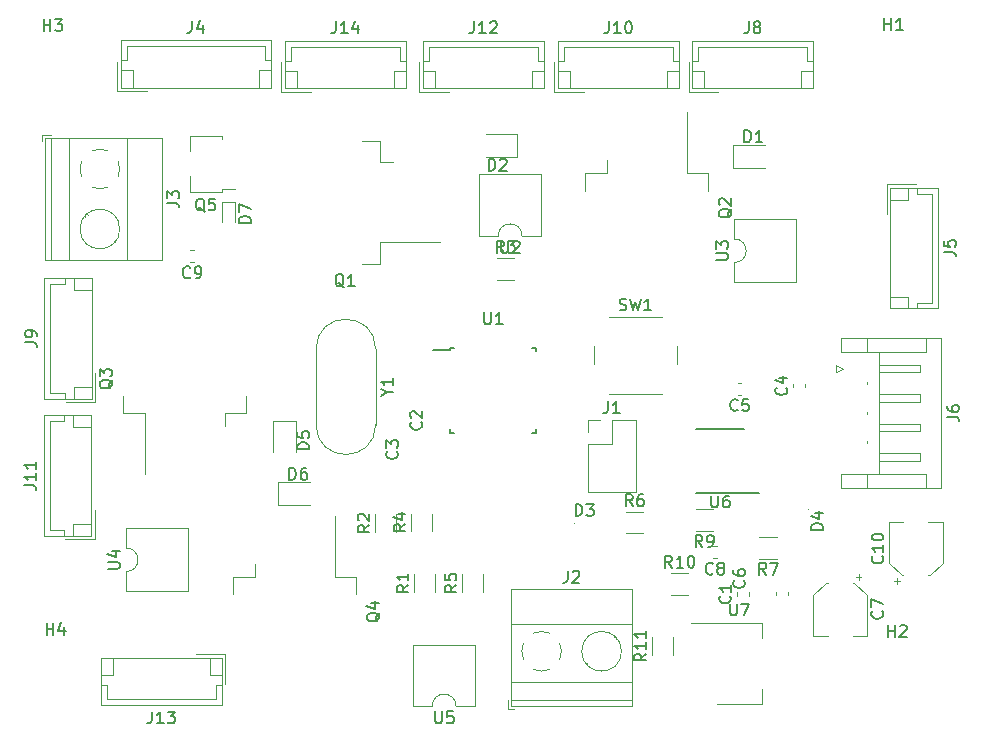
<source format=gbr>
%TF.GenerationSoftware,KiCad,Pcbnew,(5.1.8)-1*%
%TF.CreationDate,2021-09-25T16:30:51+01:00*%
%TF.ProjectId,dashboard mech press,64617368-626f-4617-9264-206d65636820,rev?*%
%TF.SameCoordinates,Original*%
%TF.FileFunction,Legend,Top*%
%TF.FilePolarity,Positive*%
%FSLAX46Y46*%
G04 Gerber Fmt 4.6, Leading zero omitted, Abs format (unit mm)*
G04 Created by KiCad (PCBNEW (5.1.8)-1) date 2021-09-25 16:30:51*
%MOMM*%
%LPD*%
G01*
G04 APERTURE LIST*
%ADD10C,0.120000*%
%ADD11C,0.150000*%
%ADD12C,0.100000*%
G04 APERTURE END LIST*
D10*
%TO.C,J4*%
X112787000Y-74111000D02*
X115287000Y-74111000D01*
X112787000Y-71611000D02*
X112787000Y-74111000D01*
X124807000Y-72311000D02*
X124807000Y-73811000D01*
X125807000Y-72311000D02*
X124807000Y-72311000D01*
X114087000Y-72311000D02*
X114087000Y-73811000D01*
X113087000Y-72311000D02*
X114087000Y-72311000D01*
X125307000Y-71501000D02*
X125807000Y-71501000D01*
X125307000Y-70291000D02*
X125307000Y-71501000D01*
X113587000Y-70291000D02*
X125307000Y-70291000D01*
X113587000Y-71501000D02*
X113587000Y-70291000D01*
X113087000Y-71501000D02*
X113587000Y-71501000D01*
X125807000Y-69791000D02*
X113087000Y-69791000D01*
X125807000Y-73811000D02*
X125807000Y-69791000D01*
X113087000Y-73811000D02*
X125807000Y-73811000D01*
X113087000Y-69791000D02*
X113087000Y-73811000D01*
%TO.C,J14*%
X126693500Y-74174500D02*
X129193500Y-74174500D01*
X126693500Y-71674500D02*
X126693500Y-74174500D01*
X136213500Y-72374500D02*
X136213500Y-73874500D01*
X137213500Y-72374500D02*
X136213500Y-72374500D01*
X127993500Y-72374500D02*
X127993500Y-73874500D01*
X126993500Y-72374500D02*
X127993500Y-72374500D01*
X136713500Y-71564500D02*
X137213500Y-71564500D01*
X136713500Y-70354500D02*
X136713500Y-71564500D01*
X127493500Y-70354500D02*
X136713500Y-70354500D01*
X127493500Y-71564500D02*
X127493500Y-70354500D01*
X126993500Y-71564500D02*
X127493500Y-71564500D01*
X137213500Y-69854500D02*
X126993500Y-69854500D01*
X137213500Y-73874500D02*
X137213500Y-69854500D01*
X126993500Y-73874500D02*
X137213500Y-73874500D01*
X126993500Y-69854500D02*
X126993500Y-73874500D01*
%TO.C,J13*%
X121932500Y-121786500D02*
X119432500Y-121786500D01*
X121932500Y-124286500D02*
X121932500Y-121786500D01*
X112412500Y-123586500D02*
X112412500Y-122086500D01*
X111412500Y-123586500D02*
X112412500Y-123586500D01*
X120632500Y-123586500D02*
X120632500Y-122086500D01*
X121632500Y-123586500D02*
X120632500Y-123586500D01*
X111912500Y-124396500D02*
X111412500Y-124396500D01*
X111912500Y-125606500D02*
X111912500Y-124396500D01*
X121132500Y-125606500D02*
X111912500Y-125606500D01*
X121132500Y-124396500D02*
X121132500Y-125606500D01*
X121632500Y-124396500D02*
X121132500Y-124396500D01*
X111412500Y-126106500D02*
X121632500Y-126106500D01*
X111412500Y-122086500D02*
X111412500Y-126106500D01*
X121632500Y-122086500D02*
X111412500Y-122086500D01*
X121632500Y-126106500D02*
X121632500Y-122086500D01*
%TO.C,J12*%
X138377500Y-74174500D02*
X140877500Y-74174500D01*
X138377500Y-71674500D02*
X138377500Y-74174500D01*
X147897500Y-72374500D02*
X147897500Y-73874500D01*
X148897500Y-72374500D02*
X147897500Y-72374500D01*
X139677500Y-72374500D02*
X139677500Y-73874500D01*
X138677500Y-72374500D02*
X139677500Y-72374500D01*
X148397500Y-71564500D02*
X148897500Y-71564500D01*
X148397500Y-70354500D02*
X148397500Y-71564500D01*
X139177500Y-70354500D02*
X148397500Y-70354500D01*
X139177500Y-71564500D02*
X139177500Y-70354500D01*
X138677500Y-71564500D02*
X139177500Y-71564500D01*
X148897500Y-69854500D02*
X138677500Y-69854500D01*
X148897500Y-73874500D02*
X148897500Y-69854500D01*
X138677500Y-73874500D02*
X148897500Y-73874500D01*
X138677500Y-69854500D02*
X138677500Y-73874500D01*
%TO.C,J11*%
X110877500Y-112066500D02*
X110877500Y-109566500D01*
X108377500Y-112066500D02*
X110877500Y-112066500D01*
X109077500Y-102546500D02*
X110577500Y-102546500D01*
X109077500Y-101546500D02*
X109077500Y-102546500D01*
X109077500Y-110766500D02*
X110577500Y-110766500D01*
X109077500Y-111766500D02*
X109077500Y-110766500D01*
X108267500Y-102046500D02*
X108267500Y-101546500D01*
X107057500Y-102046500D02*
X108267500Y-102046500D01*
X107057500Y-111266500D02*
X107057500Y-102046500D01*
X108267500Y-111266500D02*
X107057500Y-111266500D01*
X108267500Y-111766500D02*
X108267500Y-111266500D01*
X106557500Y-101546500D02*
X106557500Y-111766500D01*
X110577500Y-101546500D02*
X106557500Y-101546500D01*
X110577500Y-111766500D02*
X110577500Y-101546500D01*
X106557500Y-111766500D02*
X110577500Y-111766500D01*
%TO.C,J10*%
X149807500Y-74174500D02*
X152307500Y-74174500D01*
X149807500Y-71674500D02*
X149807500Y-74174500D01*
X159327500Y-72374500D02*
X159327500Y-73874500D01*
X160327500Y-72374500D02*
X159327500Y-72374500D01*
X151107500Y-72374500D02*
X151107500Y-73874500D01*
X150107500Y-72374500D02*
X151107500Y-72374500D01*
X159827500Y-71564500D02*
X160327500Y-71564500D01*
X159827500Y-70354500D02*
X159827500Y-71564500D01*
X150607500Y-70354500D02*
X159827500Y-70354500D01*
X150607500Y-71564500D02*
X150607500Y-70354500D01*
X150107500Y-71564500D02*
X150607500Y-71564500D01*
X160327500Y-69854500D02*
X150107500Y-69854500D01*
X160327500Y-73874500D02*
X160327500Y-69854500D01*
X150107500Y-73874500D02*
X160327500Y-73874500D01*
X150107500Y-69854500D02*
X150107500Y-73874500D01*
%TO.C,J9*%
X110941000Y-100446000D02*
X110941000Y-97946000D01*
X108441000Y-100446000D02*
X110941000Y-100446000D01*
X109141000Y-90926000D02*
X110641000Y-90926000D01*
X109141000Y-89926000D02*
X109141000Y-90926000D01*
X109141000Y-99146000D02*
X110641000Y-99146000D01*
X109141000Y-100146000D02*
X109141000Y-99146000D01*
X108331000Y-90426000D02*
X108331000Y-89926000D01*
X107121000Y-90426000D02*
X108331000Y-90426000D01*
X107121000Y-99646000D02*
X107121000Y-90426000D01*
X108331000Y-99646000D02*
X107121000Y-99646000D01*
X108331000Y-100146000D02*
X108331000Y-99646000D01*
X106621000Y-89926000D02*
X106621000Y-100146000D01*
X110641000Y-89926000D02*
X106621000Y-89926000D01*
X110641000Y-100146000D02*
X110641000Y-89926000D01*
X106621000Y-100146000D02*
X110641000Y-100146000D01*
%TO.C,J8*%
X161174000Y-74174500D02*
X163674000Y-74174500D01*
X161174000Y-71674500D02*
X161174000Y-74174500D01*
X170694000Y-72374500D02*
X170694000Y-73874500D01*
X171694000Y-72374500D02*
X170694000Y-72374500D01*
X162474000Y-72374500D02*
X162474000Y-73874500D01*
X161474000Y-72374500D02*
X162474000Y-72374500D01*
X171194000Y-71564500D02*
X171694000Y-71564500D01*
X171194000Y-70354500D02*
X171194000Y-71564500D01*
X161974000Y-70354500D02*
X171194000Y-70354500D01*
X161974000Y-71564500D02*
X161974000Y-70354500D01*
X161474000Y-71564500D02*
X161974000Y-71564500D01*
X171694000Y-69854500D02*
X161474000Y-69854500D01*
X171694000Y-73874500D02*
X171694000Y-69854500D01*
X161474000Y-73874500D02*
X171694000Y-73874500D01*
X161474000Y-69854500D02*
X161474000Y-73874500D01*
%TO.C,J5*%
X177920500Y-81989500D02*
X177920500Y-84489500D01*
X180420500Y-81989500D02*
X177920500Y-81989500D01*
X179720500Y-91509500D02*
X178220500Y-91509500D01*
X179720500Y-92509500D02*
X179720500Y-91509500D01*
X179720500Y-83289500D02*
X178220500Y-83289500D01*
X179720500Y-82289500D02*
X179720500Y-83289500D01*
X180530500Y-92009500D02*
X180530500Y-92509500D01*
X181740500Y-92009500D02*
X180530500Y-92009500D01*
X181740500Y-82789500D02*
X181740500Y-92009500D01*
X180530500Y-82789500D02*
X181740500Y-82789500D01*
X180530500Y-82289500D02*
X180530500Y-82789500D01*
X182240500Y-92509500D02*
X182240500Y-82289500D01*
X178220500Y-92509500D02*
X182240500Y-92509500D01*
X178220500Y-82289500D02*
X178220500Y-92509500D01*
X182240500Y-82289500D02*
X178220500Y-82289500D01*
%TO.C,Y1*%
X129618500Y-95950500D02*
X129618500Y-102350500D01*
X134668500Y-95950500D02*
X134668500Y-102350500D01*
X129618500Y-102350500D02*
G75*
G03*
X134668500Y-102350500I2525000J0D01*
G01*
X129618500Y-95950500D02*
G75*
G02*
X134668500Y-95950500I2525000J0D01*
G01*
%TO.C,U7*%
X161342500Y-119145000D02*
X167352500Y-119145000D01*
X163592500Y-125965000D02*
X167352500Y-125965000D01*
X167352500Y-119145000D02*
X167352500Y-120405000D01*
X167352500Y-125965000D02*
X167352500Y-124705000D01*
D11*
%TO.C,U6*%
X167105000Y-108135000D02*
X161830000Y-108135000D01*
X165830000Y-102735000D02*
X161830000Y-102735000D01*
D10*
%TO.C,U5*%
X137812000Y-126171000D02*
X139462000Y-126171000D01*
X137812000Y-120971000D02*
X137812000Y-126171000D01*
X143112000Y-120971000D02*
X137812000Y-120971000D01*
X143112000Y-126171000D02*
X143112000Y-120971000D01*
X141462000Y-126171000D02*
X143112000Y-126171000D01*
X139462000Y-126171000D02*
G75*
G02*
X141462000Y-126171000I1000000J0D01*
G01*
%TO.C,U4*%
X113541500Y-111142000D02*
X113541500Y-112792000D01*
X118741500Y-111142000D02*
X113541500Y-111142000D01*
X118741500Y-116442000D02*
X118741500Y-111142000D01*
X113541500Y-116442000D02*
X118741500Y-116442000D01*
X113541500Y-114792000D02*
X113541500Y-116442000D01*
X113541500Y-112792000D02*
G75*
G02*
X113541500Y-114792000I0J-1000000D01*
G01*
%TO.C,U3*%
X165040000Y-84980000D02*
X165040000Y-86630000D01*
X170240000Y-84980000D02*
X165040000Y-84980000D01*
X170240000Y-90280000D02*
X170240000Y-84980000D01*
X165040000Y-90280000D02*
X170240000Y-90280000D01*
X165040000Y-88630000D02*
X165040000Y-90280000D01*
X165040000Y-86630000D02*
G75*
G02*
X165040000Y-88630000I0J-1000000D01*
G01*
%TO.C,U2*%
X143400000Y-86356500D02*
X145050000Y-86356500D01*
X143400000Y-81156500D02*
X143400000Y-86356500D01*
X148700000Y-81156500D02*
X143400000Y-81156500D01*
X148700000Y-86356500D02*
X148700000Y-81156500D01*
X147050000Y-86356500D02*
X148700000Y-86356500D01*
X145050000Y-86356500D02*
G75*
G02*
X147050000Y-86356500I1000000J0D01*
G01*
D11*
%TO.C,U1*%
X140983500Y-96045500D02*
X139558500Y-96045500D01*
X148233500Y-95820500D02*
X147908500Y-95820500D01*
X148233500Y-103070500D02*
X147908500Y-103070500D01*
X140983500Y-103070500D02*
X141308500Y-103070500D01*
X140983500Y-95820500D02*
X141308500Y-95820500D01*
X140983500Y-103070500D02*
X140983500Y-102745500D01*
X148233500Y-103070500D02*
X148233500Y-102745500D01*
X148233500Y-95820500D02*
X148233500Y-96145500D01*
X140983500Y-95820500D02*
X140983500Y-96045500D01*
D10*
%TO.C,SW1*%
X160166000Y-97234000D02*
X160166000Y-95734000D01*
X158916000Y-93234000D02*
X154416000Y-93234000D01*
X153166000Y-95734000D02*
X153166000Y-97234000D01*
X154416000Y-99734000D02*
X158916000Y-99734000D01*
%TO.C,R11*%
X159850500Y-121821564D02*
X159850500Y-120367436D01*
X158030500Y-121821564D02*
X158030500Y-120367436D01*
%TO.C,R10*%
X159673936Y-116734000D02*
X161128064Y-116734000D01*
X159673936Y-114914000D02*
X161128064Y-114914000D01*
%TO.C,R9*%
X163223564Y-109516500D02*
X161769436Y-109516500D01*
X163223564Y-111336500D02*
X161769436Y-111336500D01*
%TO.C,R7*%
X168619064Y-111866000D02*
X167164936Y-111866000D01*
X168619064Y-113686000D02*
X167164936Y-113686000D01*
%TO.C,R6*%
X155863936Y-111527000D02*
X157318064Y-111527000D01*
X155863936Y-109707000D02*
X157318064Y-109707000D01*
%TO.C,R5*%
X143785000Y-116487564D02*
X143785000Y-115033436D01*
X141965000Y-116487564D02*
X141965000Y-115033436D01*
%TO.C,R4*%
X139467000Y-111344064D02*
X139467000Y-109889936D01*
X137647000Y-111344064D02*
X137647000Y-109889936D01*
%TO.C,R3*%
X144941936Y-90064000D02*
X146396064Y-90064000D01*
X144941936Y-88244000D02*
X146396064Y-88244000D01*
%TO.C,R2*%
X136419000Y-111407564D02*
X136419000Y-109953436D01*
X134599000Y-111407564D02*
X134599000Y-109953436D01*
%TO.C,R1*%
X139721000Y-116487564D02*
X139721000Y-115033436D01*
X137901000Y-116487564D02*
X137901000Y-115033436D01*
%TO.C,Q5*%
X121646500Y-77904000D02*
X121646500Y-78134000D01*
X121646500Y-82624000D02*
X121646500Y-82394000D01*
X121646500Y-82624000D02*
X118926500Y-82624000D01*
X118926500Y-82624000D02*
X118926500Y-81314000D01*
X122786500Y-82394000D02*
X121646500Y-82394000D01*
X118926500Y-77904000D02*
X121646500Y-77904000D01*
X118926500Y-79214000D02*
X118926500Y-77904000D01*
%TO.C,Q4*%
X124435500Y-115223500D02*
X124435500Y-114123500D01*
X122625500Y-115223500D02*
X124435500Y-115223500D01*
X122625500Y-116723500D02*
X122625500Y-115223500D01*
X131215500Y-115223500D02*
X131215500Y-110098500D01*
X133025500Y-115223500D02*
X131215500Y-115223500D01*
X133025500Y-116723500D02*
X133025500Y-115223500D01*
%TO.C,Q3*%
X121900000Y-101396500D02*
X121900000Y-102496500D01*
X123710000Y-101396500D02*
X121900000Y-101396500D01*
X123710000Y-99896500D02*
X123710000Y-101396500D01*
X115120000Y-101396500D02*
X115120000Y-106521500D01*
X113310000Y-101396500D02*
X115120000Y-101396500D01*
X113310000Y-99896500D02*
X113310000Y-101396500D01*
%TO.C,Q2*%
X154236000Y-81039000D02*
X154236000Y-79939000D01*
X152426000Y-81039000D02*
X154236000Y-81039000D01*
X152426000Y-82539000D02*
X152426000Y-81039000D01*
X161016000Y-81039000D02*
X161016000Y-75914000D01*
X162826000Y-81039000D02*
X161016000Y-81039000D01*
X162826000Y-82539000D02*
X162826000Y-81039000D01*
%TO.C,Q1*%
X135027500Y-80131500D02*
X136127500Y-80131500D01*
X135027500Y-78321500D02*
X135027500Y-80131500D01*
X133527500Y-78321500D02*
X135027500Y-78321500D01*
X135027500Y-86911500D02*
X140152500Y-86911500D01*
X135027500Y-88721500D02*
X135027500Y-86911500D01*
X133527500Y-88721500D02*
X135027500Y-88721500D01*
%TO.C,J6*%
X173604500Y-97899500D02*
X174204500Y-97599500D01*
X173604500Y-97299500D02*
X173604500Y-97899500D01*
X174204500Y-97599500D02*
X173604500Y-97299500D01*
X177294500Y-105419500D02*
X177294500Y-105099500D01*
X180714500Y-105419500D02*
X177294500Y-105419500D01*
X180794500Y-105099500D02*
X180714500Y-105419500D01*
X180714500Y-104779500D02*
X180794500Y-105099500D01*
X177294500Y-104779500D02*
X180714500Y-104779500D01*
X177294500Y-105099500D02*
X177294500Y-104779500D01*
X176294500Y-103769500D02*
X176294500Y-103929500D01*
X177294500Y-102919500D02*
X177294500Y-102599500D01*
X180714500Y-102919500D02*
X177294500Y-102919500D01*
X180794500Y-102599500D02*
X180714500Y-102919500D01*
X180714500Y-102279500D02*
X180794500Y-102599500D01*
X177294500Y-102279500D02*
X180714500Y-102279500D01*
X177294500Y-102599500D02*
X177294500Y-102279500D01*
X176294500Y-101269500D02*
X176294500Y-101429500D01*
X177294500Y-100419500D02*
X177294500Y-100099500D01*
X180714500Y-100419500D02*
X177294500Y-100419500D01*
X180794500Y-100099500D02*
X180714500Y-100419500D01*
X180714500Y-99779500D02*
X180794500Y-100099500D01*
X177294500Y-99779500D02*
X180714500Y-99779500D01*
X177294500Y-100099500D02*
X177294500Y-99779500D01*
X176294500Y-98769500D02*
X176294500Y-98929500D01*
X177294500Y-97919500D02*
X177294500Y-97599500D01*
X180714500Y-97919500D02*
X177294500Y-97919500D01*
X180794500Y-97599500D02*
X180714500Y-97919500D01*
X180714500Y-97279500D02*
X180794500Y-97599500D01*
X177294500Y-97279500D02*
X180714500Y-97279500D01*
X177294500Y-97599500D02*
X177294500Y-97279500D01*
X177294500Y-96209500D02*
X177294500Y-106489500D01*
X176294500Y-106489500D02*
X176294500Y-107709500D01*
X181294500Y-106489500D02*
X176294500Y-106489500D01*
X181294500Y-107709500D02*
X181294500Y-106489500D01*
X176294500Y-96209500D02*
X176294500Y-94989500D01*
X181294500Y-96209500D02*
X176294500Y-96209500D01*
X181294500Y-94989500D02*
X181294500Y-96209500D01*
X174094500Y-106489500D02*
X176294500Y-106489500D01*
X174094500Y-107709500D02*
X174094500Y-106489500D01*
X182514500Y-107709500D02*
X174094500Y-107709500D01*
X182514500Y-94989500D02*
X182514500Y-107709500D01*
X174094500Y-94989500D02*
X182514500Y-94989500D01*
X174094500Y-96209500D02*
X174094500Y-94989500D01*
X176294500Y-96209500D02*
X174094500Y-96209500D01*
%TO.C,J3*%
X106415500Y-77868500D02*
X106415500Y-78368500D01*
X107155500Y-77868500D02*
X106415500Y-77868500D01*
X110292500Y-84561500D02*
X110246500Y-84514500D01*
X112590500Y-86858500D02*
X112554500Y-86823500D01*
X110076500Y-84754500D02*
X110041500Y-84719500D01*
X112384500Y-87063500D02*
X112338500Y-87016500D01*
X116576500Y-88388500D02*
X106655500Y-88388500D01*
X116576500Y-78108500D02*
X106655500Y-78108500D01*
X106655500Y-78108500D02*
X106655500Y-88388500D01*
X116576500Y-78108500D02*
X116576500Y-88388500D01*
X113616500Y-78108500D02*
X113616500Y-88388500D01*
X108715500Y-78108500D02*
X108715500Y-88388500D01*
X107215500Y-78108500D02*
X107215500Y-88388500D01*
X112995500Y-85788500D02*
G75*
G03*
X112995500Y-85788500I-1680000J0D01*
G01*
X109635247Y-80737305D02*
G75*
G02*
X109780500Y-80024500I1680253J28805D01*
G01*
X110632458Y-79173074D02*
G75*
G02*
X111999500Y-79173500I683042J-1535426D01*
G01*
X112850926Y-80025458D02*
G75*
G02*
X112850500Y-81392500I-1535426J-683042D01*
G01*
X111998542Y-82243926D02*
G75*
G02*
X110631500Y-82243500I-683042J1535426D01*
G01*
X109780744Y-81391818D02*
G75*
G02*
X109635500Y-80708500I1534756J683318D01*
G01*
%TO.C,J2*%
X145877000Y-126439000D02*
X146377000Y-126439000D01*
X145877000Y-125699000D02*
X145877000Y-126439000D01*
X152570000Y-122562000D02*
X152523000Y-122608000D01*
X154867000Y-120264000D02*
X154832000Y-120300000D01*
X152763000Y-122778000D02*
X152728000Y-122813000D01*
X155072000Y-120470000D02*
X155025000Y-120516000D01*
X156397000Y-116278000D02*
X156397000Y-126199000D01*
X146117000Y-116278000D02*
X146117000Y-126199000D01*
X146117000Y-126199000D02*
X156397000Y-126199000D01*
X146117000Y-116278000D02*
X156397000Y-116278000D01*
X146117000Y-119238000D02*
X156397000Y-119238000D01*
X146117000Y-124139000D02*
X156397000Y-124139000D01*
X146117000Y-125639000D02*
X156397000Y-125639000D01*
X155477000Y-121539000D02*
G75*
G03*
X155477000Y-121539000I-1680000J0D01*
G01*
X148745805Y-123219253D02*
G75*
G02*
X148033000Y-123074000I-28805J1680253D01*
G01*
X147181574Y-122222042D02*
G75*
G02*
X147182000Y-120855000I1535426J683042D01*
G01*
X148033958Y-120003574D02*
G75*
G02*
X149401000Y-120004000I683042J-1535426D01*
G01*
X150252426Y-120855958D02*
G75*
G02*
X150252000Y-122223000I-1535426J-683042D01*
G01*
X149400318Y-123073756D02*
G75*
G02*
X148717000Y-123219000I-683318J1534756D01*
G01*
%TO.C,J1*%
X152610000Y-101937000D02*
X153670000Y-101937000D01*
X152610000Y-102997000D02*
X152610000Y-101937000D01*
X154670000Y-101937000D02*
X156730000Y-101937000D01*
X154670000Y-103997000D02*
X154670000Y-101937000D01*
X152610000Y-103997000D02*
X154670000Y-103997000D01*
X156730000Y-101937000D02*
X156730000Y-108057000D01*
X152610000Y-103997000D02*
X152610000Y-108057000D01*
X152610000Y-108057000D02*
X156730000Y-108057000D01*
%TO.C,D7*%
X122787500Y-85218500D02*
X122787500Y-83518500D01*
X122787500Y-83518500D02*
X121687500Y-83518500D01*
X121687500Y-83518500D02*
X121687500Y-85218500D01*
%TO.C,D6*%
X126409500Y-109164000D02*
X129094500Y-109164000D01*
X126409500Y-107244000D02*
X126409500Y-109164000D01*
X129094500Y-107244000D02*
X126409500Y-107244000D01*
%TO.C,D5*%
X125976500Y-102010500D02*
X125976500Y-104695500D01*
X127896500Y-102010500D02*
X125976500Y-102010500D01*
X127896500Y-104695500D02*
X127896500Y-102010500D01*
D12*
%TO.C,D4*%
X171309500Y-109566500D02*
G75*
G03*
X171309500Y-109566500I-50000J0D01*
G01*
%TO.C,D3*%
X151526500Y-110680500D02*
G75*
G03*
X151526500Y-110680500I-50000J0D01*
G01*
D10*
%TO.C,D2*%
X146655500Y-77780000D02*
X143970500Y-77780000D01*
X146655500Y-79700000D02*
X146655500Y-77780000D01*
X143970500Y-79700000D02*
X146655500Y-79700000D01*
%TO.C,D1*%
X164939000Y-80589000D02*
X167624000Y-80589000D01*
X164939000Y-78669000D02*
X164939000Y-80589000D01*
X167624000Y-78669000D02*
X164939000Y-78669000D01*
%TO.C,C10*%
X178593500Y-115589500D02*
X179093500Y-115589500D01*
X178843500Y-115839500D02*
X178843500Y-115339500D01*
X181599063Y-115099500D02*
X182663500Y-114035063D01*
X179207937Y-115099500D02*
X178143500Y-114035063D01*
X179207937Y-115099500D02*
X179343500Y-115099500D01*
X181599063Y-115099500D02*
X181463500Y-115099500D01*
X182663500Y-114035063D02*
X182663500Y-110579500D01*
X178143500Y-114035063D02*
X178143500Y-110579500D01*
X178143500Y-110579500D02*
X179343500Y-110579500D01*
X182663500Y-110579500D02*
X181463500Y-110579500D01*
%TO.C,C9*%
X119266580Y-87564500D02*
X118985420Y-87564500D01*
X119266580Y-88584500D02*
X118985420Y-88584500D01*
%TO.C,C8*%
X163526080Y-112647000D02*
X163244920Y-112647000D01*
X163526080Y-113667000D02*
X163244920Y-113667000D01*
%TO.C,C7*%
X175800000Y-115233000D02*
X175300000Y-115233000D01*
X175550000Y-114983000D02*
X175550000Y-115483000D01*
X172794437Y-115723000D02*
X171730000Y-116787437D01*
X175185563Y-115723000D02*
X176250000Y-116787437D01*
X175185563Y-115723000D02*
X175050000Y-115723000D01*
X172794437Y-115723000D02*
X172930000Y-115723000D01*
X171730000Y-116787437D02*
X171730000Y-120243000D01*
X176250000Y-116787437D02*
X176250000Y-120243000D01*
X176250000Y-120243000D02*
X175050000Y-120243000D01*
X171730000Y-120243000D02*
X172930000Y-120243000D01*
%TO.C,C6*%
X168527000Y-116508920D02*
X168527000Y-116790080D01*
X169547000Y-116508920D02*
X169547000Y-116790080D01*
%TO.C,C5*%
X165621580Y-98804000D02*
X165340420Y-98804000D01*
X165621580Y-99824000D02*
X165340420Y-99824000D01*
%TO.C,C4*%
X171007500Y-99200580D02*
X171007500Y-98919420D01*
X169987500Y-99200580D02*
X169987500Y-98919420D01*
%TO.C,C1*%
X166245000Y-116840580D02*
X166245000Y-116559420D01*
X165225000Y-116840580D02*
X165225000Y-116559420D01*
%TO.C,J4*%
D11*
X119113666Y-68153380D02*
X119113666Y-68867666D01*
X119066047Y-69010523D01*
X118970809Y-69105761D01*
X118827952Y-69153380D01*
X118732714Y-69153380D01*
X120018428Y-68486714D02*
X120018428Y-69153380D01*
X119780333Y-68105761D02*
X119542238Y-68820047D01*
X120161285Y-68820047D01*
%TO.C,H4*%
X106807095Y-120142380D02*
X106807095Y-119142380D01*
X106807095Y-119618571D02*
X107378523Y-119618571D01*
X107378523Y-120142380D02*
X107378523Y-119142380D01*
X108283285Y-119475714D02*
X108283285Y-120142380D01*
X108045190Y-119094761D02*
X107807095Y-119809047D01*
X108426142Y-119809047D01*
%TO.C,H3*%
X106553095Y-69024880D02*
X106553095Y-68024880D01*
X106553095Y-68501071D02*
X107124523Y-68501071D01*
X107124523Y-69024880D02*
X107124523Y-68024880D01*
X107505476Y-68024880D02*
X108124523Y-68024880D01*
X107791190Y-68405833D01*
X107934047Y-68405833D01*
X108029285Y-68453452D01*
X108076904Y-68501071D01*
X108124523Y-68596309D01*
X108124523Y-68834404D01*
X108076904Y-68929642D01*
X108029285Y-68977261D01*
X107934047Y-69024880D01*
X107648333Y-69024880D01*
X107553095Y-68977261D01*
X107505476Y-68929642D01*
%TO.C,H2*%
X178054095Y-120332880D02*
X178054095Y-119332880D01*
X178054095Y-119809071D02*
X178625523Y-119809071D01*
X178625523Y-120332880D02*
X178625523Y-119332880D01*
X179054095Y-119428119D02*
X179101714Y-119380500D01*
X179196952Y-119332880D01*
X179435047Y-119332880D01*
X179530285Y-119380500D01*
X179577904Y-119428119D01*
X179625523Y-119523357D01*
X179625523Y-119618595D01*
X179577904Y-119761452D01*
X179006476Y-120332880D01*
X179625523Y-120332880D01*
%TO.C,H1*%
X177736595Y-68961380D02*
X177736595Y-67961380D01*
X177736595Y-68437571D02*
X178308023Y-68437571D01*
X178308023Y-68961380D02*
X178308023Y-67961380D01*
X179308023Y-68961380D02*
X178736595Y-68961380D01*
X179022309Y-68961380D02*
X179022309Y-67961380D01*
X178927071Y-68104238D01*
X178831833Y-68199476D01*
X178736595Y-68247095D01*
%TO.C,J14*%
X131293976Y-68216880D02*
X131293976Y-68931166D01*
X131246357Y-69074023D01*
X131151119Y-69169261D01*
X131008261Y-69216880D01*
X130913023Y-69216880D01*
X132293976Y-69216880D02*
X131722547Y-69216880D01*
X132008261Y-69216880D02*
X132008261Y-68216880D01*
X131913023Y-68359738D01*
X131817785Y-68454976D01*
X131722547Y-68502595D01*
X133151119Y-68550214D02*
X133151119Y-69216880D01*
X132913023Y-68169261D02*
X132674928Y-68883547D01*
X133293976Y-68883547D01*
%TO.C,J13*%
X115712976Y-126648880D02*
X115712976Y-127363166D01*
X115665357Y-127506023D01*
X115570119Y-127601261D01*
X115427261Y-127648880D01*
X115332023Y-127648880D01*
X116712976Y-127648880D02*
X116141547Y-127648880D01*
X116427261Y-127648880D02*
X116427261Y-126648880D01*
X116332023Y-126791738D01*
X116236785Y-126886976D01*
X116141547Y-126934595D01*
X117046309Y-126648880D02*
X117665357Y-126648880D01*
X117332023Y-127029833D01*
X117474880Y-127029833D01*
X117570119Y-127077452D01*
X117617738Y-127125071D01*
X117665357Y-127220309D01*
X117665357Y-127458404D01*
X117617738Y-127553642D01*
X117570119Y-127601261D01*
X117474880Y-127648880D01*
X117189166Y-127648880D01*
X117093928Y-127601261D01*
X117046309Y-127553642D01*
%TO.C,J12*%
X142977976Y-68216880D02*
X142977976Y-68931166D01*
X142930357Y-69074023D01*
X142835119Y-69169261D01*
X142692261Y-69216880D01*
X142597023Y-69216880D01*
X143977976Y-69216880D02*
X143406547Y-69216880D01*
X143692261Y-69216880D02*
X143692261Y-68216880D01*
X143597023Y-68359738D01*
X143501785Y-68454976D01*
X143406547Y-68502595D01*
X144358928Y-68312119D02*
X144406547Y-68264500D01*
X144501785Y-68216880D01*
X144739880Y-68216880D01*
X144835119Y-68264500D01*
X144882738Y-68312119D01*
X144930357Y-68407357D01*
X144930357Y-68502595D01*
X144882738Y-68645452D01*
X144311309Y-69216880D01*
X144930357Y-69216880D01*
%TO.C,J11*%
X104919880Y-107466023D02*
X105634166Y-107466023D01*
X105777023Y-107513642D01*
X105872261Y-107608880D01*
X105919880Y-107751738D01*
X105919880Y-107846976D01*
X105919880Y-106466023D02*
X105919880Y-107037452D01*
X105919880Y-106751738D02*
X104919880Y-106751738D01*
X105062738Y-106846976D01*
X105157976Y-106942214D01*
X105205595Y-107037452D01*
X105919880Y-105513642D02*
X105919880Y-106085071D01*
X105919880Y-105799357D02*
X104919880Y-105799357D01*
X105062738Y-105894595D01*
X105157976Y-105989833D01*
X105205595Y-106085071D01*
%TO.C,J10*%
X154407976Y-68216880D02*
X154407976Y-68931166D01*
X154360357Y-69074023D01*
X154265119Y-69169261D01*
X154122261Y-69216880D01*
X154027023Y-69216880D01*
X155407976Y-69216880D02*
X154836547Y-69216880D01*
X155122261Y-69216880D02*
X155122261Y-68216880D01*
X155027023Y-68359738D01*
X154931785Y-68454976D01*
X154836547Y-68502595D01*
X156027023Y-68216880D02*
X156122261Y-68216880D01*
X156217500Y-68264500D01*
X156265119Y-68312119D01*
X156312738Y-68407357D01*
X156360357Y-68597833D01*
X156360357Y-68835928D01*
X156312738Y-69026404D01*
X156265119Y-69121642D01*
X156217500Y-69169261D01*
X156122261Y-69216880D01*
X156027023Y-69216880D01*
X155931785Y-69169261D01*
X155884166Y-69121642D01*
X155836547Y-69026404D01*
X155788928Y-68835928D01*
X155788928Y-68597833D01*
X155836547Y-68407357D01*
X155884166Y-68312119D01*
X155931785Y-68264500D01*
X156027023Y-68216880D01*
%TO.C,J9*%
X104983380Y-95369333D02*
X105697666Y-95369333D01*
X105840523Y-95416952D01*
X105935761Y-95512190D01*
X105983380Y-95655047D01*
X105983380Y-95750285D01*
X105983380Y-94845523D02*
X105983380Y-94655047D01*
X105935761Y-94559809D01*
X105888142Y-94512190D01*
X105745285Y-94416952D01*
X105554809Y-94369333D01*
X105173857Y-94369333D01*
X105078619Y-94416952D01*
X105031000Y-94464571D01*
X104983380Y-94559809D01*
X104983380Y-94750285D01*
X105031000Y-94845523D01*
X105078619Y-94893142D01*
X105173857Y-94940761D01*
X105411952Y-94940761D01*
X105507190Y-94893142D01*
X105554809Y-94845523D01*
X105602428Y-94750285D01*
X105602428Y-94559809D01*
X105554809Y-94464571D01*
X105507190Y-94416952D01*
X105411952Y-94369333D01*
%TO.C,J8*%
X166250666Y-68216880D02*
X166250666Y-68931166D01*
X166203047Y-69074023D01*
X166107809Y-69169261D01*
X165964952Y-69216880D01*
X165869714Y-69216880D01*
X166869714Y-68645452D02*
X166774476Y-68597833D01*
X166726857Y-68550214D01*
X166679238Y-68454976D01*
X166679238Y-68407357D01*
X166726857Y-68312119D01*
X166774476Y-68264500D01*
X166869714Y-68216880D01*
X167060190Y-68216880D01*
X167155428Y-68264500D01*
X167203047Y-68312119D01*
X167250666Y-68407357D01*
X167250666Y-68454976D01*
X167203047Y-68550214D01*
X167155428Y-68597833D01*
X167060190Y-68645452D01*
X166869714Y-68645452D01*
X166774476Y-68693071D01*
X166726857Y-68740690D01*
X166679238Y-68835928D01*
X166679238Y-69026404D01*
X166726857Y-69121642D01*
X166774476Y-69169261D01*
X166869714Y-69216880D01*
X167060190Y-69216880D01*
X167155428Y-69169261D01*
X167203047Y-69121642D01*
X167250666Y-69026404D01*
X167250666Y-68835928D01*
X167203047Y-68740690D01*
X167155428Y-68693071D01*
X167060190Y-68645452D01*
%TO.C,J5*%
X182782880Y-87732833D02*
X183497166Y-87732833D01*
X183640023Y-87780452D01*
X183735261Y-87875690D01*
X183782880Y-88018547D01*
X183782880Y-88113785D01*
X182782880Y-86780452D02*
X182782880Y-87256642D01*
X183259071Y-87304261D01*
X183211452Y-87256642D01*
X183163833Y-87161404D01*
X183163833Y-86923309D01*
X183211452Y-86828071D01*
X183259071Y-86780452D01*
X183354309Y-86732833D01*
X183592404Y-86732833D01*
X183687642Y-86780452D01*
X183735261Y-86828071D01*
X183782880Y-86923309D01*
X183782880Y-87161404D01*
X183735261Y-87256642D01*
X183687642Y-87304261D01*
%TO.C,Y1*%
X135644690Y-99626690D02*
X136120880Y-99626690D01*
X135120880Y-99960023D02*
X135644690Y-99626690D01*
X135120880Y-99293357D01*
X136120880Y-98436214D02*
X136120880Y-99007642D01*
X136120880Y-98721928D02*
X135120880Y-98721928D01*
X135263738Y-98817166D01*
X135358976Y-98912404D01*
X135406595Y-99007642D01*
%TO.C,U7*%
X164680595Y-117507380D02*
X164680595Y-118316904D01*
X164728214Y-118412142D01*
X164775833Y-118459761D01*
X164871071Y-118507380D01*
X165061547Y-118507380D01*
X165156785Y-118459761D01*
X165204404Y-118412142D01*
X165252023Y-118316904D01*
X165252023Y-117507380D01*
X165632976Y-117507380D02*
X166299642Y-117507380D01*
X165871071Y-118507380D01*
%TO.C,U6*%
X163068095Y-108362380D02*
X163068095Y-109171904D01*
X163115714Y-109267142D01*
X163163333Y-109314761D01*
X163258571Y-109362380D01*
X163449047Y-109362380D01*
X163544285Y-109314761D01*
X163591904Y-109267142D01*
X163639523Y-109171904D01*
X163639523Y-108362380D01*
X164544285Y-108362380D02*
X164353809Y-108362380D01*
X164258571Y-108410000D01*
X164210952Y-108457619D01*
X164115714Y-108600476D01*
X164068095Y-108790952D01*
X164068095Y-109171904D01*
X164115714Y-109267142D01*
X164163333Y-109314761D01*
X164258571Y-109362380D01*
X164449047Y-109362380D01*
X164544285Y-109314761D01*
X164591904Y-109267142D01*
X164639523Y-109171904D01*
X164639523Y-108933809D01*
X164591904Y-108838571D01*
X164544285Y-108790952D01*
X164449047Y-108743333D01*
X164258571Y-108743333D01*
X164163333Y-108790952D01*
X164115714Y-108838571D01*
X164068095Y-108933809D01*
%TO.C,U5*%
X139700095Y-126623380D02*
X139700095Y-127432904D01*
X139747714Y-127528142D01*
X139795333Y-127575761D01*
X139890571Y-127623380D01*
X140081047Y-127623380D01*
X140176285Y-127575761D01*
X140223904Y-127528142D01*
X140271523Y-127432904D01*
X140271523Y-126623380D01*
X141223904Y-126623380D02*
X140747714Y-126623380D01*
X140700095Y-127099571D01*
X140747714Y-127051952D01*
X140842952Y-127004333D01*
X141081047Y-127004333D01*
X141176285Y-127051952D01*
X141223904Y-127099571D01*
X141271523Y-127194809D01*
X141271523Y-127432904D01*
X141223904Y-127528142D01*
X141176285Y-127575761D01*
X141081047Y-127623380D01*
X140842952Y-127623380D01*
X140747714Y-127575761D01*
X140700095Y-127528142D01*
%TO.C,U4*%
X111993880Y-114553904D02*
X112803404Y-114553904D01*
X112898642Y-114506285D01*
X112946261Y-114458666D01*
X112993880Y-114363428D01*
X112993880Y-114172952D01*
X112946261Y-114077714D01*
X112898642Y-114030095D01*
X112803404Y-113982476D01*
X111993880Y-113982476D01*
X112327214Y-113077714D02*
X112993880Y-113077714D01*
X111946261Y-113315809D02*
X112660547Y-113553904D01*
X112660547Y-112934857D01*
%TO.C,U3*%
X163492380Y-88391904D02*
X164301904Y-88391904D01*
X164397142Y-88344285D01*
X164444761Y-88296666D01*
X164492380Y-88201428D01*
X164492380Y-88010952D01*
X164444761Y-87915714D01*
X164397142Y-87868095D01*
X164301904Y-87820476D01*
X163492380Y-87820476D01*
X163492380Y-87439523D02*
X163492380Y-86820476D01*
X163873333Y-87153809D01*
X163873333Y-87010952D01*
X163920952Y-86915714D01*
X163968571Y-86868095D01*
X164063809Y-86820476D01*
X164301904Y-86820476D01*
X164397142Y-86868095D01*
X164444761Y-86915714D01*
X164492380Y-87010952D01*
X164492380Y-87296666D01*
X164444761Y-87391904D01*
X164397142Y-87439523D01*
%TO.C,U2*%
X145288095Y-86808880D02*
X145288095Y-87618404D01*
X145335714Y-87713642D01*
X145383333Y-87761261D01*
X145478571Y-87808880D01*
X145669047Y-87808880D01*
X145764285Y-87761261D01*
X145811904Y-87713642D01*
X145859523Y-87618404D01*
X145859523Y-86808880D01*
X146288095Y-86904119D02*
X146335714Y-86856500D01*
X146430952Y-86808880D01*
X146669047Y-86808880D01*
X146764285Y-86856500D01*
X146811904Y-86904119D01*
X146859523Y-86999357D01*
X146859523Y-87094595D01*
X146811904Y-87237452D01*
X146240476Y-87808880D01*
X146859523Y-87808880D01*
%TO.C,U1*%
X143846595Y-92847880D02*
X143846595Y-93657404D01*
X143894214Y-93752642D01*
X143941833Y-93800261D01*
X144037071Y-93847880D01*
X144227547Y-93847880D01*
X144322785Y-93800261D01*
X144370404Y-93752642D01*
X144418023Y-93657404D01*
X144418023Y-92847880D01*
X145418023Y-93847880D02*
X144846595Y-93847880D01*
X145132309Y-93847880D02*
X145132309Y-92847880D01*
X145037071Y-92990738D01*
X144941833Y-93085976D01*
X144846595Y-93133595D01*
%TO.C,SW1*%
X155332666Y-92638761D02*
X155475523Y-92686380D01*
X155713619Y-92686380D01*
X155808857Y-92638761D01*
X155856476Y-92591142D01*
X155904095Y-92495904D01*
X155904095Y-92400666D01*
X155856476Y-92305428D01*
X155808857Y-92257809D01*
X155713619Y-92210190D01*
X155523142Y-92162571D01*
X155427904Y-92114952D01*
X155380285Y-92067333D01*
X155332666Y-91972095D01*
X155332666Y-91876857D01*
X155380285Y-91781619D01*
X155427904Y-91734000D01*
X155523142Y-91686380D01*
X155761238Y-91686380D01*
X155904095Y-91734000D01*
X156237428Y-91686380D02*
X156475523Y-92686380D01*
X156666000Y-91972095D01*
X156856476Y-92686380D01*
X157094571Y-91686380D01*
X157999333Y-92686380D02*
X157427904Y-92686380D01*
X157713619Y-92686380D02*
X157713619Y-91686380D01*
X157618380Y-91829238D01*
X157523142Y-91924476D01*
X157427904Y-91972095D01*
%TO.C,R11*%
X157572880Y-121737357D02*
X157096690Y-122070690D01*
X157572880Y-122308785D02*
X156572880Y-122308785D01*
X156572880Y-121927833D01*
X156620500Y-121832595D01*
X156668119Y-121784976D01*
X156763357Y-121737357D01*
X156906214Y-121737357D01*
X157001452Y-121784976D01*
X157049071Y-121832595D01*
X157096690Y-121927833D01*
X157096690Y-122308785D01*
X157572880Y-120784976D02*
X157572880Y-121356404D01*
X157572880Y-121070690D02*
X156572880Y-121070690D01*
X156715738Y-121165928D01*
X156810976Y-121261166D01*
X156858595Y-121356404D01*
X157572880Y-119832595D02*
X157572880Y-120404023D01*
X157572880Y-120118309D02*
X156572880Y-120118309D01*
X156715738Y-120213547D01*
X156810976Y-120308785D01*
X156858595Y-120404023D01*
%TO.C,R10*%
X159758142Y-114456380D02*
X159424809Y-113980190D01*
X159186714Y-114456380D02*
X159186714Y-113456380D01*
X159567666Y-113456380D01*
X159662904Y-113504000D01*
X159710523Y-113551619D01*
X159758142Y-113646857D01*
X159758142Y-113789714D01*
X159710523Y-113884952D01*
X159662904Y-113932571D01*
X159567666Y-113980190D01*
X159186714Y-113980190D01*
X160710523Y-114456380D02*
X160139095Y-114456380D01*
X160424809Y-114456380D02*
X160424809Y-113456380D01*
X160329571Y-113599238D01*
X160234333Y-113694476D01*
X160139095Y-113742095D01*
X161329571Y-113456380D02*
X161424809Y-113456380D01*
X161520047Y-113504000D01*
X161567666Y-113551619D01*
X161615285Y-113646857D01*
X161662904Y-113837333D01*
X161662904Y-114075428D01*
X161615285Y-114265904D01*
X161567666Y-114361142D01*
X161520047Y-114408761D01*
X161424809Y-114456380D01*
X161329571Y-114456380D01*
X161234333Y-114408761D01*
X161186714Y-114361142D01*
X161139095Y-114265904D01*
X161091476Y-114075428D01*
X161091476Y-113837333D01*
X161139095Y-113646857D01*
X161186714Y-113551619D01*
X161234333Y-113504000D01*
X161329571Y-113456380D01*
%TO.C,R9*%
X162329833Y-112698880D02*
X161996500Y-112222690D01*
X161758404Y-112698880D02*
X161758404Y-111698880D01*
X162139357Y-111698880D01*
X162234595Y-111746500D01*
X162282214Y-111794119D01*
X162329833Y-111889357D01*
X162329833Y-112032214D01*
X162282214Y-112127452D01*
X162234595Y-112175071D01*
X162139357Y-112222690D01*
X161758404Y-112222690D01*
X162806023Y-112698880D02*
X162996500Y-112698880D01*
X163091738Y-112651261D01*
X163139357Y-112603642D01*
X163234595Y-112460785D01*
X163282214Y-112270309D01*
X163282214Y-111889357D01*
X163234595Y-111794119D01*
X163186976Y-111746500D01*
X163091738Y-111698880D01*
X162901261Y-111698880D01*
X162806023Y-111746500D01*
X162758404Y-111794119D01*
X162710785Y-111889357D01*
X162710785Y-112127452D01*
X162758404Y-112222690D01*
X162806023Y-112270309D01*
X162901261Y-112317928D01*
X163091738Y-112317928D01*
X163186976Y-112270309D01*
X163234595Y-112222690D01*
X163282214Y-112127452D01*
%TO.C,R7*%
X167725333Y-115048380D02*
X167392000Y-114572190D01*
X167153904Y-115048380D02*
X167153904Y-114048380D01*
X167534857Y-114048380D01*
X167630095Y-114096000D01*
X167677714Y-114143619D01*
X167725333Y-114238857D01*
X167725333Y-114381714D01*
X167677714Y-114476952D01*
X167630095Y-114524571D01*
X167534857Y-114572190D01*
X167153904Y-114572190D01*
X168058666Y-114048380D02*
X168725333Y-114048380D01*
X168296761Y-115048380D01*
%TO.C,R6*%
X156424333Y-109249380D02*
X156091000Y-108773190D01*
X155852904Y-109249380D02*
X155852904Y-108249380D01*
X156233857Y-108249380D01*
X156329095Y-108297000D01*
X156376714Y-108344619D01*
X156424333Y-108439857D01*
X156424333Y-108582714D01*
X156376714Y-108677952D01*
X156329095Y-108725571D01*
X156233857Y-108773190D01*
X155852904Y-108773190D01*
X157281476Y-108249380D02*
X157091000Y-108249380D01*
X156995761Y-108297000D01*
X156948142Y-108344619D01*
X156852904Y-108487476D01*
X156805285Y-108677952D01*
X156805285Y-109058904D01*
X156852904Y-109154142D01*
X156900523Y-109201761D01*
X156995761Y-109249380D01*
X157186238Y-109249380D01*
X157281476Y-109201761D01*
X157329095Y-109154142D01*
X157376714Y-109058904D01*
X157376714Y-108820809D01*
X157329095Y-108725571D01*
X157281476Y-108677952D01*
X157186238Y-108630333D01*
X156995761Y-108630333D01*
X156900523Y-108677952D01*
X156852904Y-108725571D01*
X156805285Y-108820809D01*
%TO.C,R5*%
X141507380Y-115927166D02*
X141031190Y-116260500D01*
X141507380Y-116498595D02*
X140507380Y-116498595D01*
X140507380Y-116117642D01*
X140555000Y-116022404D01*
X140602619Y-115974785D01*
X140697857Y-115927166D01*
X140840714Y-115927166D01*
X140935952Y-115974785D01*
X140983571Y-116022404D01*
X141031190Y-116117642D01*
X141031190Y-116498595D01*
X140507380Y-115022404D02*
X140507380Y-115498595D01*
X140983571Y-115546214D01*
X140935952Y-115498595D01*
X140888333Y-115403357D01*
X140888333Y-115165261D01*
X140935952Y-115070023D01*
X140983571Y-115022404D01*
X141078809Y-114974785D01*
X141316904Y-114974785D01*
X141412142Y-115022404D01*
X141459761Y-115070023D01*
X141507380Y-115165261D01*
X141507380Y-115403357D01*
X141459761Y-115498595D01*
X141412142Y-115546214D01*
%TO.C,R4*%
X137189380Y-110783666D02*
X136713190Y-111117000D01*
X137189380Y-111355095D02*
X136189380Y-111355095D01*
X136189380Y-110974142D01*
X136237000Y-110878904D01*
X136284619Y-110831285D01*
X136379857Y-110783666D01*
X136522714Y-110783666D01*
X136617952Y-110831285D01*
X136665571Y-110878904D01*
X136713190Y-110974142D01*
X136713190Y-111355095D01*
X136522714Y-109926523D02*
X137189380Y-109926523D01*
X136141761Y-110164619D02*
X136856047Y-110402714D01*
X136856047Y-109783666D01*
%TO.C,R3*%
X145502333Y-87786380D02*
X145169000Y-87310190D01*
X144930904Y-87786380D02*
X144930904Y-86786380D01*
X145311857Y-86786380D01*
X145407095Y-86834000D01*
X145454714Y-86881619D01*
X145502333Y-86976857D01*
X145502333Y-87119714D01*
X145454714Y-87214952D01*
X145407095Y-87262571D01*
X145311857Y-87310190D01*
X144930904Y-87310190D01*
X145835666Y-86786380D02*
X146454714Y-86786380D01*
X146121380Y-87167333D01*
X146264238Y-87167333D01*
X146359476Y-87214952D01*
X146407095Y-87262571D01*
X146454714Y-87357809D01*
X146454714Y-87595904D01*
X146407095Y-87691142D01*
X146359476Y-87738761D01*
X146264238Y-87786380D01*
X145978523Y-87786380D01*
X145883285Y-87738761D01*
X145835666Y-87691142D01*
%TO.C,R2*%
X134141380Y-110847166D02*
X133665190Y-111180500D01*
X134141380Y-111418595D02*
X133141380Y-111418595D01*
X133141380Y-111037642D01*
X133189000Y-110942404D01*
X133236619Y-110894785D01*
X133331857Y-110847166D01*
X133474714Y-110847166D01*
X133569952Y-110894785D01*
X133617571Y-110942404D01*
X133665190Y-111037642D01*
X133665190Y-111418595D01*
X133236619Y-110466214D02*
X133189000Y-110418595D01*
X133141380Y-110323357D01*
X133141380Y-110085261D01*
X133189000Y-109990023D01*
X133236619Y-109942404D01*
X133331857Y-109894785D01*
X133427095Y-109894785D01*
X133569952Y-109942404D01*
X134141380Y-110513833D01*
X134141380Y-109894785D01*
%TO.C,R1*%
X137443380Y-115927166D02*
X136967190Y-116260500D01*
X137443380Y-116498595D02*
X136443380Y-116498595D01*
X136443380Y-116117642D01*
X136491000Y-116022404D01*
X136538619Y-115974785D01*
X136633857Y-115927166D01*
X136776714Y-115927166D01*
X136871952Y-115974785D01*
X136919571Y-116022404D01*
X136967190Y-116117642D01*
X136967190Y-116498595D01*
X137443380Y-114974785D02*
X137443380Y-115546214D01*
X137443380Y-115260500D02*
X136443380Y-115260500D01*
X136586238Y-115355738D01*
X136681476Y-115450976D01*
X136729095Y-115546214D01*
%TO.C,Q5*%
X120191261Y-84311619D02*
X120096023Y-84264000D01*
X120000785Y-84168761D01*
X119857928Y-84025904D01*
X119762690Y-83978285D01*
X119667452Y-83978285D01*
X119715071Y-84216380D02*
X119619833Y-84168761D01*
X119524595Y-84073523D01*
X119476976Y-83883047D01*
X119476976Y-83549714D01*
X119524595Y-83359238D01*
X119619833Y-83264000D01*
X119715071Y-83216380D01*
X119905547Y-83216380D01*
X120000785Y-83264000D01*
X120096023Y-83359238D01*
X120143642Y-83549714D01*
X120143642Y-83883047D01*
X120096023Y-84073523D01*
X120000785Y-84168761D01*
X119905547Y-84216380D01*
X119715071Y-84216380D01*
X121048404Y-83216380D02*
X120572214Y-83216380D01*
X120524595Y-83692571D01*
X120572214Y-83644952D01*
X120667452Y-83597333D01*
X120905547Y-83597333D01*
X121000785Y-83644952D01*
X121048404Y-83692571D01*
X121096023Y-83787809D01*
X121096023Y-84025904D01*
X121048404Y-84121142D01*
X121000785Y-84168761D01*
X120905547Y-84216380D01*
X120667452Y-84216380D01*
X120572214Y-84168761D01*
X120524595Y-84121142D01*
%TO.C,Q4*%
X135023119Y-118268738D02*
X134975500Y-118363976D01*
X134880261Y-118459214D01*
X134737404Y-118602071D01*
X134689785Y-118697309D01*
X134689785Y-118792547D01*
X134927880Y-118744928D02*
X134880261Y-118840166D01*
X134785023Y-118935404D01*
X134594547Y-118983023D01*
X134261214Y-118983023D01*
X134070738Y-118935404D01*
X133975500Y-118840166D01*
X133927880Y-118744928D01*
X133927880Y-118554452D01*
X133975500Y-118459214D01*
X134070738Y-118363976D01*
X134261214Y-118316357D01*
X134594547Y-118316357D01*
X134785023Y-118363976D01*
X134880261Y-118459214D01*
X134927880Y-118554452D01*
X134927880Y-118744928D01*
X134261214Y-117459214D02*
X134927880Y-117459214D01*
X133880261Y-117697309D02*
X134594547Y-117935404D01*
X134594547Y-117316357D01*
%TO.C,Q3*%
X112407619Y-98541738D02*
X112360000Y-98636976D01*
X112264761Y-98732214D01*
X112121904Y-98875071D01*
X112074285Y-98970309D01*
X112074285Y-99065547D01*
X112312380Y-99017928D02*
X112264761Y-99113166D01*
X112169523Y-99208404D01*
X111979047Y-99256023D01*
X111645714Y-99256023D01*
X111455238Y-99208404D01*
X111360000Y-99113166D01*
X111312380Y-99017928D01*
X111312380Y-98827452D01*
X111360000Y-98732214D01*
X111455238Y-98636976D01*
X111645714Y-98589357D01*
X111979047Y-98589357D01*
X112169523Y-98636976D01*
X112264761Y-98732214D01*
X112312380Y-98827452D01*
X112312380Y-99017928D01*
X111312380Y-98256023D02*
X111312380Y-97636976D01*
X111693333Y-97970309D01*
X111693333Y-97827452D01*
X111740952Y-97732214D01*
X111788571Y-97684595D01*
X111883809Y-97636976D01*
X112121904Y-97636976D01*
X112217142Y-97684595D01*
X112264761Y-97732214D01*
X112312380Y-97827452D01*
X112312380Y-98113166D01*
X112264761Y-98208404D01*
X112217142Y-98256023D01*
%TO.C,Q2*%
X164823619Y-84084238D02*
X164776000Y-84179476D01*
X164680761Y-84274714D01*
X164537904Y-84417571D01*
X164490285Y-84512809D01*
X164490285Y-84608047D01*
X164728380Y-84560428D02*
X164680761Y-84655666D01*
X164585523Y-84750904D01*
X164395047Y-84798523D01*
X164061714Y-84798523D01*
X163871238Y-84750904D01*
X163776000Y-84655666D01*
X163728380Y-84560428D01*
X163728380Y-84369952D01*
X163776000Y-84274714D01*
X163871238Y-84179476D01*
X164061714Y-84131857D01*
X164395047Y-84131857D01*
X164585523Y-84179476D01*
X164680761Y-84274714D01*
X164728380Y-84369952D01*
X164728380Y-84560428D01*
X163823619Y-83750904D02*
X163776000Y-83703285D01*
X163728380Y-83608047D01*
X163728380Y-83369952D01*
X163776000Y-83274714D01*
X163823619Y-83227095D01*
X163918857Y-83179476D01*
X164014095Y-83179476D01*
X164156952Y-83227095D01*
X164728380Y-83798523D01*
X164728380Y-83179476D01*
%TO.C,Q1*%
X131982261Y-90719119D02*
X131887023Y-90671500D01*
X131791785Y-90576261D01*
X131648928Y-90433404D01*
X131553690Y-90385785D01*
X131458452Y-90385785D01*
X131506071Y-90623880D02*
X131410833Y-90576261D01*
X131315595Y-90481023D01*
X131267976Y-90290547D01*
X131267976Y-89957214D01*
X131315595Y-89766738D01*
X131410833Y-89671500D01*
X131506071Y-89623880D01*
X131696547Y-89623880D01*
X131791785Y-89671500D01*
X131887023Y-89766738D01*
X131934642Y-89957214D01*
X131934642Y-90290547D01*
X131887023Y-90481023D01*
X131791785Y-90576261D01*
X131696547Y-90623880D01*
X131506071Y-90623880D01*
X132887023Y-90623880D02*
X132315595Y-90623880D01*
X132601309Y-90623880D02*
X132601309Y-89623880D01*
X132506071Y-89766738D01*
X132410833Y-89861976D01*
X132315595Y-89909595D01*
%TO.C,J6*%
X183056880Y-101682833D02*
X183771166Y-101682833D01*
X183914023Y-101730452D01*
X184009261Y-101825690D01*
X184056880Y-101968547D01*
X184056880Y-102063785D01*
X183056880Y-100778071D02*
X183056880Y-100968547D01*
X183104500Y-101063785D01*
X183152119Y-101111404D01*
X183294976Y-101206642D01*
X183485452Y-101254261D01*
X183866404Y-101254261D01*
X183961642Y-101206642D01*
X184009261Y-101159023D01*
X184056880Y-101063785D01*
X184056880Y-100873309D01*
X184009261Y-100778071D01*
X183961642Y-100730452D01*
X183866404Y-100682833D01*
X183628309Y-100682833D01*
X183533071Y-100730452D01*
X183485452Y-100778071D01*
X183437833Y-100873309D01*
X183437833Y-101063785D01*
X183485452Y-101159023D01*
X183533071Y-101206642D01*
X183628309Y-101254261D01*
%TO.C,J3*%
X117027880Y-83581833D02*
X117742166Y-83581833D01*
X117885023Y-83629452D01*
X117980261Y-83724690D01*
X118027880Y-83867547D01*
X118027880Y-83962785D01*
X117027880Y-83200880D02*
X117027880Y-82581833D01*
X117408833Y-82915166D01*
X117408833Y-82772309D01*
X117456452Y-82677071D01*
X117504071Y-82629452D01*
X117599309Y-82581833D01*
X117837404Y-82581833D01*
X117932642Y-82629452D01*
X117980261Y-82677071D01*
X118027880Y-82772309D01*
X118027880Y-83058023D01*
X117980261Y-83153261D01*
X117932642Y-83200880D01*
%TO.C,J2*%
X150923666Y-114731380D02*
X150923666Y-115445666D01*
X150876047Y-115588523D01*
X150780809Y-115683761D01*
X150637952Y-115731380D01*
X150542714Y-115731380D01*
X151352238Y-114826619D02*
X151399857Y-114779000D01*
X151495095Y-114731380D01*
X151733190Y-114731380D01*
X151828428Y-114779000D01*
X151876047Y-114826619D01*
X151923666Y-114921857D01*
X151923666Y-115017095D01*
X151876047Y-115159952D01*
X151304619Y-115731380D01*
X151923666Y-115731380D01*
%TO.C,J1*%
X154336666Y-100389380D02*
X154336666Y-101103666D01*
X154289047Y-101246523D01*
X154193809Y-101341761D01*
X154050952Y-101389380D01*
X153955714Y-101389380D01*
X155336666Y-101389380D02*
X154765238Y-101389380D01*
X155050952Y-101389380D02*
X155050952Y-100389380D01*
X154955714Y-100532238D01*
X154860476Y-100627476D01*
X154765238Y-100675095D01*
%TO.C,D7*%
X124089880Y-85256595D02*
X123089880Y-85256595D01*
X123089880Y-85018500D01*
X123137500Y-84875642D01*
X123232738Y-84780404D01*
X123327976Y-84732785D01*
X123518452Y-84685166D01*
X123661309Y-84685166D01*
X123851785Y-84732785D01*
X123947023Y-84780404D01*
X124042261Y-84875642D01*
X124089880Y-85018500D01*
X124089880Y-85256595D01*
X123089880Y-84351833D02*
X123089880Y-83685166D01*
X124089880Y-84113738D01*
%TO.C,D6*%
X127356404Y-107006380D02*
X127356404Y-106006380D01*
X127594500Y-106006380D01*
X127737357Y-106054000D01*
X127832595Y-106149238D01*
X127880214Y-106244476D01*
X127927833Y-106434952D01*
X127927833Y-106577809D01*
X127880214Y-106768285D01*
X127832595Y-106863523D01*
X127737357Y-106958761D01*
X127594500Y-107006380D01*
X127356404Y-107006380D01*
X128784976Y-106006380D02*
X128594500Y-106006380D01*
X128499261Y-106054000D01*
X128451642Y-106101619D01*
X128356404Y-106244476D01*
X128308785Y-106434952D01*
X128308785Y-106815904D01*
X128356404Y-106911142D01*
X128404023Y-106958761D01*
X128499261Y-107006380D01*
X128689738Y-107006380D01*
X128784976Y-106958761D01*
X128832595Y-106911142D01*
X128880214Y-106815904D01*
X128880214Y-106577809D01*
X128832595Y-106482571D01*
X128784976Y-106434952D01*
X128689738Y-106387333D01*
X128499261Y-106387333D01*
X128404023Y-106434952D01*
X128356404Y-106482571D01*
X128308785Y-106577809D01*
%TO.C,D5*%
X129038880Y-104433595D02*
X128038880Y-104433595D01*
X128038880Y-104195500D01*
X128086500Y-104052642D01*
X128181738Y-103957404D01*
X128276976Y-103909785D01*
X128467452Y-103862166D01*
X128610309Y-103862166D01*
X128800785Y-103909785D01*
X128896023Y-103957404D01*
X128991261Y-104052642D01*
X129038880Y-104195500D01*
X129038880Y-104433595D01*
X128038880Y-102957404D02*
X128038880Y-103433595D01*
X128515071Y-103481214D01*
X128467452Y-103433595D01*
X128419833Y-103338357D01*
X128419833Y-103100261D01*
X128467452Y-103005023D01*
X128515071Y-102957404D01*
X128610309Y-102909785D01*
X128848404Y-102909785D01*
X128943642Y-102957404D01*
X128991261Y-103005023D01*
X129038880Y-103100261D01*
X129038880Y-103338357D01*
X128991261Y-103433595D01*
X128943642Y-103481214D01*
%TO.C,D4*%
X172541380Y-111250095D02*
X171541380Y-111250095D01*
X171541380Y-111012000D01*
X171589000Y-110869142D01*
X171684238Y-110773904D01*
X171779476Y-110726285D01*
X171969952Y-110678666D01*
X172112809Y-110678666D01*
X172303285Y-110726285D01*
X172398523Y-110773904D01*
X172493761Y-110869142D01*
X172541380Y-111012000D01*
X172541380Y-111250095D01*
X171874714Y-109821523D02*
X172541380Y-109821523D01*
X171493761Y-110059619D02*
X172208047Y-110297714D01*
X172208047Y-109678666D01*
%TO.C,D3*%
X151598404Y-110082880D02*
X151598404Y-109082880D01*
X151836500Y-109082880D01*
X151979357Y-109130500D01*
X152074595Y-109225738D01*
X152122214Y-109320976D01*
X152169833Y-109511452D01*
X152169833Y-109654309D01*
X152122214Y-109844785D01*
X152074595Y-109940023D01*
X151979357Y-110035261D01*
X151836500Y-110082880D01*
X151598404Y-110082880D01*
X152503166Y-109082880D02*
X153122214Y-109082880D01*
X152788880Y-109463833D01*
X152931738Y-109463833D01*
X153026976Y-109511452D01*
X153074595Y-109559071D01*
X153122214Y-109654309D01*
X153122214Y-109892404D01*
X153074595Y-109987642D01*
X153026976Y-110035261D01*
X152931738Y-110082880D01*
X152646023Y-110082880D01*
X152550785Y-110035261D01*
X152503166Y-109987642D01*
%TO.C,D2*%
X144232404Y-80842380D02*
X144232404Y-79842380D01*
X144470500Y-79842380D01*
X144613357Y-79890000D01*
X144708595Y-79985238D01*
X144756214Y-80080476D01*
X144803833Y-80270952D01*
X144803833Y-80413809D01*
X144756214Y-80604285D01*
X144708595Y-80699523D01*
X144613357Y-80794761D01*
X144470500Y-80842380D01*
X144232404Y-80842380D01*
X145184785Y-79937619D02*
X145232404Y-79890000D01*
X145327642Y-79842380D01*
X145565738Y-79842380D01*
X145660976Y-79890000D01*
X145708595Y-79937619D01*
X145756214Y-80032857D01*
X145756214Y-80128095D01*
X145708595Y-80270952D01*
X145137166Y-80842380D01*
X145756214Y-80842380D01*
%TO.C,D1*%
X165885904Y-78431380D02*
X165885904Y-77431380D01*
X166124000Y-77431380D01*
X166266857Y-77479000D01*
X166362095Y-77574238D01*
X166409714Y-77669476D01*
X166457333Y-77859952D01*
X166457333Y-78002809D01*
X166409714Y-78193285D01*
X166362095Y-78288523D01*
X166266857Y-78383761D01*
X166124000Y-78431380D01*
X165885904Y-78431380D01*
X167409714Y-78431380D02*
X166838285Y-78431380D01*
X167124000Y-78431380D02*
X167124000Y-77431380D01*
X167028761Y-77574238D01*
X166933523Y-77669476D01*
X166838285Y-77717095D01*
%TO.C,C10*%
X177560642Y-113482357D02*
X177608261Y-113529976D01*
X177655880Y-113672833D01*
X177655880Y-113768071D01*
X177608261Y-113910928D01*
X177513023Y-114006166D01*
X177417785Y-114053785D01*
X177227309Y-114101404D01*
X177084452Y-114101404D01*
X176893976Y-114053785D01*
X176798738Y-114006166D01*
X176703500Y-113910928D01*
X176655880Y-113768071D01*
X176655880Y-113672833D01*
X176703500Y-113529976D01*
X176751119Y-113482357D01*
X177655880Y-112529976D02*
X177655880Y-113101404D01*
X177655880Y-112815690D02*
X176655880Y-112815690D01*
X176798738Y-112910928D01*
X176893976Y-113006166D01*
X176941595Y-113101404D01*
X176655880Y-111910928D02*
X176655880Y-111815690D01*
X176703500Y-111720452D01*
X176751119Y-111672833D01*
X176846357Y-111625214D01*
X177036833Y-111577595D01*
X177274928Y-111577595D01*
X177465404Y-111625214D01*
X177560642Y-111672833D01*
X177608261Y-111720452D01*
X177655880Y-111815690D01*
X177655880Y-111910928D01*
X177608261Y-112006166D01*
X177560642Y-112053785D01*
X177465404Y-112101404D01*
X177274928Y-112149023D01*
X177036833Y-112149023D01*
X176846357Y-112101404D01*
X176751119Y-112053785D01*
X176703500Y-112006166D01*
X176655880Y-111910928D01*
%TO.C,C9*%
X118959333Y-89861642D02*
X118911714Y-89909261D01*
X118768857Y-89956880D01*
X118673619Y-89956880D01*
X118530761Y-89909261D01*
X118435523Y-89814023D01*
X118387904Y-89718785D01*
X118340285Y-89528309D01*
X118340285Y-89385452D01*
X118387904Y-89194976D01*
X118435523Y-89099738D01*
X118530761Y-89004500D01*
X118673619Y-88956880D01*
X118768857Y-88956880D01*
X118911714Y-89004500D01*
X118959333Y-89052119D01*
X119435523Y-89956880D02*
X119626000Y-89956880D01*
X119721238Y-89909261D01*
X119768857Y-89861642D01*
X119864095Y-89718785D01*
X119911714Y-89528309D01*
X119911714Y-89147357D01*
X119864095Y-89052119D01*
X119816476Y-89004500D01*
X119721238Y-88956880D01*
X119530761Y-88956880D01*
X119435523Y-89004500D01*
X119387904Y-89052119D01*
X119340285Y-89147357D01*
X119340285Y-89385452D01*
X119387904Y-89480690D01*
X119435523Y-89528309D01*
X119530761Y-89575928D01*
X119721238Y-89575928D01*
X119816476Y-89528309D01*
X119864095Y-89480690D01*
X119911714Y-89385452D01*
%TO.C,C8*%
X163218833Y-114944142D02*
X163171214Y-114991761D01*
X163028357Y-115039380D01*
X162933119Y-115039380D01*
X162790261Y-114991761D01*
X162695023Y-114896523D01*
X162647404Y-114801285D01*
X162599785Y-114610809D01*
X162599785Y-114467952D01*
X162647404Y-114277476D01*
X162695023Y-114182238D01*
X162790261Y-114087000D01*
X162933119Y-114039380D01*
X163028357Y-114039380D01*
X163171214Y-114087000D01*
X163218833Y-114134619D01*
X163790261Y-114467952D02*
X163695023Y-114420333D01*
X163647404Y-114372714D01*
X163599785Y-114277476D01*
X163599785Y-114229857D01*
X163647404Y-114134619D01*
X163695023Y-114087000D01*
X163790261Y-114039380D01*
X163980738Y-114039380D01*
X164075976Y-114087000D01*
X164123595Y-114134619D01*
X164171214Y-114229857D01*
X164171214Y-114277476D01*
X164123595Y-114372714D01*
X164075976Y-114420333D01*
X163980738Y-114467952D01*
X163790261Y-114467952D01*
X163695023Y-114515571D01*
X163647404Y-114563190D01*
X163599785Y-114658428D01*
X163599785Y-114848904D01*
X163647404Y-114944142D01*
X163695023Y-114991761D01*
X163790261Y-115039380D01*
X163980738Y-115039380D01*
X164075976Y-114991761D01*
X164123595Y-114944142D01*
X164171214Y-114848904D01*
X164171214Y-114658428D01*
X164123595Y-114563190D01*
X164075976Y-114515571D01*
X163980738Y-114467952D01*
%TO.C,C7*%
X177547142Y-118149666D02*
X177594761Y-118197285D01*
X177642380Y-118340142D01*
X177642380Y-118435380D01*
X177594761Y-118578238D01*
X177499523Y-118673476D01*
X177404285Y-118721095D01*
X177213809Y-118768714D01*
X177070952Y-118768714D01*
X176880476Y-118721095D01*
X176785238Y-118673476D01*
X176690000Y-118578238D01*
X176642380Y-118435380D01*
X176642380Y-118340142D01*
X176690000Y-118197285D01*
X176737619Y-118149666D01*
X176642380Y-117816333D02*
X176642380Y-117149666D01*
X177642380Y-117578238D01*
%TO.C,C6*%
X165838142Y-115546166D02*
X165885761Y-115593785D01*
X165933380Y-115736642D01*
X165933380Y-115831880D01*
X165885761Y-115974738D01*
X165790523Y-116069976D01*
X165695285Y-116117595D01*
X165504809Y-116165214D01*
X165361952Y-116165214D01*
X165171476Y-116117595D01*
X165076238Y-116069976D01*
X164981000Y-115974738D01*
X164933380Y-115831880D01*
X164933380Y-115736642D01*
X164981000Y-115593785D01*
X165028619Y-115546166D01*
X164933380Y-114689023D02*
X164933380Y-114879500D01*
X164981000Y-114974738D01*
X165028619Y-115022357D01*
X165171476Y-115117595D01*
X165361952Y-115165214D01*
X165742904Y-115165214D01*
X165838142Y-115117595D01*
X165885761Y-115069976D01*
X165933380Y-114974738D01*
X165933380Y-114784261D01*
X165885761Y-114689023D01*
X165838142Y-114641404D01*
X165742904Y-114593785D01*
X165504809Y-114593785D01*
X165409571Y-114641404D01*
X165361952Y-114689023D01*
X165314333Y-114784261D01*
X165314333Y-114974738D01*
X165361952Y-115069976D01*
X165409571Y-115117595D01*
X165504809Y-115165214D01*
%TO.C,C5*%
X165314333Y-101101142D02*
X165266714Y-101148761D01*
X165123857Y-101196380D01*
X165028619Y-101196380D01*
X164885761Y-101148761D01*
X164790523Y-101053523D01*
X164742904Y-100958285D01*
X164695285Y-100767809D01*
X164695285Y-100624952D01*
X164742904Y-100434476D01*
X164790523Y-100339238D01*
X164885761Y-100244000D01*
X165028619Y-100196380D01*
X165123857Y-100196380D01*
X165266714Y-100244000D01*
X165314333Y-100291619D01*
X166219095Y-100196380D02*
X165742904Y-100196380D01*
X165695285Y-100672571D01*
X165742904Y-100624952D01*
X165838142Y-100577333D01*
X166076238Y-100577333D01*
X166171476Y-100624952D01*
X166219095Y-100672571D01*
X166266714Y-100767809D01*
X166266714Y-101005904D01*
X166219095Y-101101142D01*
X166171476Y-101148761D01*
X166076238Y-101196380D01*
X165838142Y-101196380D01*
X165742904Y-101148761D01*
X165695285Y-101101142D01*
%TO.C,C4*%
X169424642Y-99226666D02*
X169472261Y-99274285D01*
X169519880Y-99417142D01*
X169519880Y-99512380D01*
X169472261Y-99655238D01*
X169377023Y-99750476D01*
X169281785Y-99798095D01*
X169091309Y-99845714D01*
X168948452Y-99845714D01*
X168757976Y-99798095D01*
X168662738Y-99750476D01*
X168567500Y-99655238D01*
X168519880Y-99512380D01*
X168519880Y-99417142D01*
X168567500Y-99274285D01*
X168615119Y-99226666D01*
X168853214Y-98369523D02*
X169519880Y-98369523D01*
X168472261Y-98607619D02*
X169186547Y-98845714D01*
X169186547Y-98226666D01*
%TO.C,C3*%
X136467142Y-104624166D02*
X136514761Y-104671785D01*
X136562380Y-104814642D01*
X136562380Y-104909880D01*
X136514761Y-105052738D01*
X136419523Y-105147976D01*
X136324285Y-105195595D01*
X136133809Y-105243214D01*
X135990952Y-105243214D01*
X135800476Y-105195595D01*
X135705238Y-105147976D01*
X135610000Y-105052738D01*
X135562380Y-104909880D01*
X135562380Y-104814642D01*
X135610000Y-104671785D01*
X135657619Y-104624166D01*
X135562380Y-104290833D02*
X135562380Y-103671785D01*
X135943333Y-104005119D01*
X135943333Y-103862261D01*
X135990952Y-103767023D01*
X136038571Y-103719404D01*
X136133809Y-103671785D01*
X136371904Y-103671785D01*
X136467142Y-103719404D01*
X136514761Y-103767023D01*
X136562380Y-103862261D01*
X136562380Y-104147976D01*
X136514761Y-104243214D01*
X136467142Y-104290833D01*
%TO.C,C2*%
X138503642Y-102147666D02*
X138551261Y-102195285D01*
X138598880Y-102338142D01*
X138598880Y-102433380D01*
X138551261Y-102576238D01*
X138456023Y-102671476D01*
X138360785Y-102719095D01*
X138170309Y-102766714D01*
X138027452Y-102766714D01*
X137836976Y-102719095D01*
X137741738Y-102671476D01*
X137646500Y-102576238D01*
X137598880Y-102433380D01*
X137598880Y-102338142D01*
X137646500Y-102195285D01*
X137694119Y-102147666D01*
X137694119Y-101766714D02*
X137646500Y-101719095D01*
X137598880Y-101623857D01*
X137598880Y-101385761D01*
X137646500Y-101290523D01*
X137694119Y-101242904D01*
X137789357Y-101195285D01*
X137884595Y-101195285D01*
X138027452Y-101242904D01*
X138598880Y-101814333D01*
X138598880Y-101195285D01*
%TO.C,C1*%
X164662142Y-116866666D02*
X164709761Y-116914285D01*
X164757380Y-117057142D01*
X164757380Y-117152380D01*
X164709761Y-117295238D01*
X164614523Y-117390476D01*
X164519285Y-117438095D01*
X164328809Y-117485714D01*
X164185952Y-117485714D01*
X163995476Y-117438095D01*
X163900238Y-117390476D01*
X163805000Y-117295238D01*
X163757380Y-117152380D01*
X163757380Y-117057142D01*
X163805000Y-116914285D01*
X163852619Y-116866666D01*
X164757380Y-115914285D02*
X164757380Y-116485714D01*
X164757380Y-116200000D02*
X163757380Y-116200000D01*
X163900238Y-116295238D01*
X163995476Y-116390476D01*
X164043095Y-116485714D01*
%TD*%
M02*

</source>
